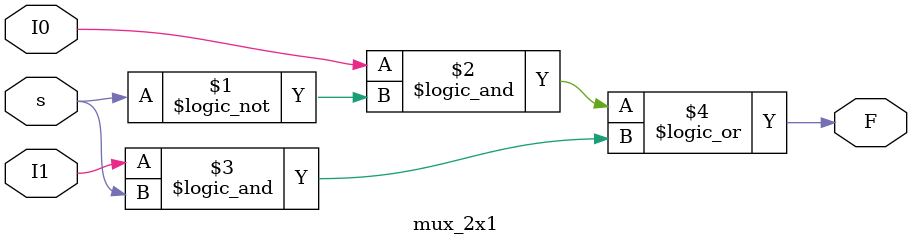
<source format=v>
module mux_2x1 (I0,I1,s,F);

input I0,I1,s;
output F; 

assign F = (I0&&!s)||(I1&&s);
endmodule 
</source>
